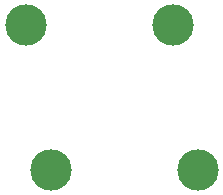
<source format=gbr>
%TF.GenerationSoftware,KiCad,Pcbnew,9.0.4*%
%TF.CreationDate,2025-10-04T22:45:10-03:00*%
%TF.ProjectId,encoder_magnetico,656e636f-6465-4725-9f6d-61676e657469,rev?*%
%TF.SameCoordinates,Original*%
%TF.FileFunction,Soldermask,Bot*%
%TF.FilePolarity,Negative*%
%FSLAX46Y46*%
G04 Gerber Fmt 4.6, Leading zero omitted, Abs format (unit mm)*
G04 Created by KiCad (PCBNEW 9.0.4) date 2025-10-04 22:45:10*
%MOMM*%
%LPD*%
G01*
G04 APERTURE LIST*
%ADD10C,3.500000*%
G04 APERTURE END LIST*
D10*
%TO.C,H4*%
X57266656Y-56119290D03*
%TD*%
%TO.C,H3*%
X44846914Y-56119290D03*
%TD*%
%TO.C,H1*%
X55153086Y-43880710D03*
%TD*%
%TO.C,H2*%
X42733344Y-43880710D03*
%TD*%
M02*

</source>
